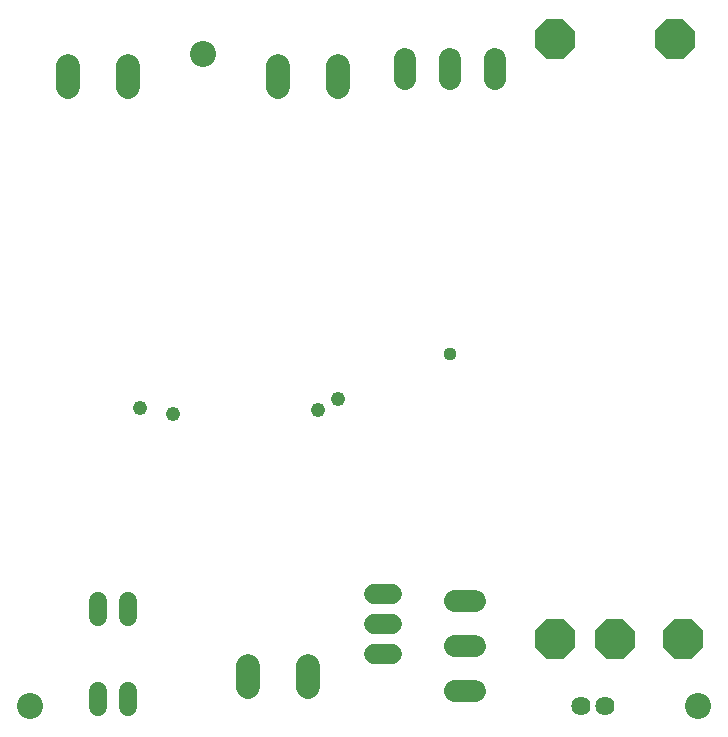
<source format=gbs>
G75*
%MOIN*%
%OFA0B0*%
%FSLAX25Y25*%
%IPPOS*%
%LPD*%
%AMOC8*
5,1,8,0,0,1.08239X$1,22.5*
%
%ADD10C,0.08674*%
%ADD11C,0.07850*%
%ADD12C,0.06000*%
%ADD13C,0.06800*%
%ADD14OC8,0.13200*%
%ADD15C,0.07400*%
%ADD16C,0.06400*%
%ADD17C,0.04800*%
%ADD18C,0.04762*%
%ADD19C,0.04369*%
%ADD20OC8,0.13461*%
D10*
X0019100Y0019100D03*
X0076600Y0236600D03*
X0241600Y0019100D03*
D11*
X0111600Y0025575D02*
X0111600Y0032625D01*
X0091600Y0032625D02*
X0091600Y0025575D01*
X0101600Y0225575D02*
X0101600Y0232625D01*
X0121600Y0232625D02*
X0121600Y0225575D01*
X0051600Y0225575D02*
X0051600Y0232625D01*
X0031600Y0232625D02*
X0031600Y0225575D01*
D12*
X0041600Y0054200D02*
X0041600Y0049000D01*
X0051600Y0049000D02*
X0051600Y0054200D01*
X0051600Y0024200D02*
X0051600Y0019000D01*
X0041600Y0019000D02*
X0041600Y0024200D01*
D13*
X0133600Y0036600D02*
X0139600Y0036600D01*
X0139600Y0046600D02*
X0133600Y0046600D01*
X0133600Y0056600D02*
X0139600Y0056600D01*
D14*
X0214100Y0041600D03*
X0194100Y0241600D03*
X0234100Y0241600D03*
D15*
X0174100Y0234900D02*
X0174100Y0228300D01*
X0159100Y0228300D02*
X0159100Y0234900D01*
X0144100Y0234900D02*
X0144100Y0228300D01*
X0160800Y0054100D02*
X0167400Y0054100D01*
X0167400Y0039100D02*
X0160800Y0039100D01*
X0160800Y0024100D02*
X0167400Y0024100D01*
D16*
X0202663Y0019100D03*
X0210537Y0019100D03*
D17*
X0115100Y0117800D03*
X0055700Y0118700D03*
D18*
X0066600Y0116600D03*
X0121600Y0121600D03*
D19*
X0159100Y0136600D03*
D20*
X0194100Y0041600D03*
X0236600Y0041600D03*
M02*

</source>
